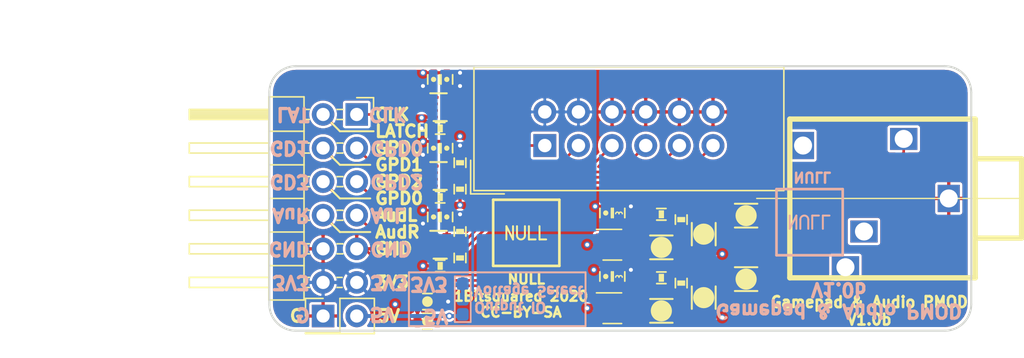
<source format=kicad_pcb>
(kicad_pcb (version 20171130) (host pcbnew 5.1.6-c6e7f7d~87~ubuntu20.04.1)
  (title_block (title "iCEBreaker PMOD - Gamepad & Audio") (rev V1.0b) (company 1BitSquared) (comment 1 "2020 (C) 1BitSquared <info@1bitsquared.com>") (comment 2 "2020 (C) Piotr Esden-Tempski <piotr@esden.net>") (comment 3 "License: CC-BY-SA 4.0"))
  (layers (0 F.Cu signal) (1 In1.Cu signal) (2 In2.Cu signal) (31 B.Cu signal) (34 B.Paste user) (35 F.Paste user) (36 B.SilkS user) (37 F.SilkS user) (38 B.Mask user) (39 F.Mask user) (44 Edge.Cuts user))
  (net 0 "")
  (net 1 GND)
  (net 2 +3V3)
  (net 3 +5V)
  (net 4 "Net-(R3-Pad1)")
  (net 5 /LATCH)
  (net 6 "Net-(R1-Pad1)")
  (net 7 /xTVCC)
  (net 8 /xCLK)
  (net 9 /xGPD0)
  (net 10 /xLATCH)
  (net 11 /CLK)
  (net 12 /GPD1)
  (net 13 /GPD0)
  (net 14 /GPD3)
  (net 15 /GPD2)
  (net 16 /AudioL)
  (net 17 /AudioR)
  (net 18 /xGPD1)
  (net 19 /xGPD2)
  (net 20 /xGPD3)
  (net 21 "Net-(R2-Pad1)")
  (net 22 "Net-(C9-Pad1)")
  (net 23 /xAudioR)
  (net 24 "Net-(C15-Pad1)")
  (net 25 "Net-(C16-Pad2)")
  (net 26 "Net-(C16-Pad1)")
  (net 27 "Net-(C17-Pad2)")
  (net 28 "Net-(C17-Pad1)")
  (net 29 /xAudioL)
  (net 30 "Net-(C19-Pad2)")
  (net 31 "Net-(C20-Pad2)")
  (net 32 "Net-(R4-Pad2)")
  (net 33 "Net-(R5-Pad2)")
  (module pkl_logos:null_Logo_SilkS_5mm (layer F.Cu) (at 56.8 46.6)
    (fp_text reference REF** hide)
    (fp_text value null_Logo_SilkS_5mm hide)
  )
  (module pkl_logos:null_Logo_SilkS_5mm (layer B.Cu) (at 78.19361 45.794674)
    (fp_text reference REF** hide)
    (fp_text value null_Logo_SilkS_5mm hide)
  )
  (module Connector_IDC:IDC-Header_2x06_P2.54mm_Vertical (layer F.Cu) (at 58.2 40 90)
    (fp_text reference J3)
    (fp_text value Gamepads)
    (pad 12 thru_hole oval (at 2.54 12.7 90) (size 1.7272 1.7272) (drill 1.016) (layers *.Cu *.Mask) (net 1 GND))
    (pad 11 thru_hole oval (at 0 12.7 90) (size 1.7272 1.7272) (drill 1.016) (layers *.Cu *.Mask) (net 20 /xGPD3))
    (pad 10 thru_hole oval (at 2.54 10.16 90) (size 1.7272 1.7272) (drill 1.016) (layers *.Cu *.Mask) (net 1 GND))
    (pad 9 thru_hole oval (at 0 10.16 90) (size 1.7272 1.7272) (drill 1.016) (layers *.Cu *.Mask) (net 19 /xGPD2))
    (pad 8 thru_hole oval (at 2.54 7.62 90) (size 1.7272 1.7272) (drill 1.016) (layers *.Cu *.Mask) (net 1 GND))
    (pad 7 thru_hole oval (at 0 7.62 90) (size 1.7272 1.7272) (drill 1.016) (layers *.Cu *.Mask) (net 18 /xGPD1))
    (pad 6 thru_hole oval (at 2.54 5.08 90) (size 1.7272 1.7272) (drill 1.016) (layers *.Cu *.Mask) (net 1 GND))
    (pad 5 thru_hole oval (at 0 5.08 90) (size 1.7272 1.7272) (drill 1.016) (layers *.Cu *.Mask) (net 9 /xGPD0))
    (pad 4 thru_hole oval (at 2.54 2.54 90) (size 1.7272 1.7272) (drill 1.016) (layers *.Cu *.Mask) (net 7 /xTVCC))
    (pad 3 thru_hole oval (at 0 2.54 90) (size 1.7272 1.7272) (drill 1.016) (layers *.Cu *.Mask) (net 10 /xLATCH))
    (pad 2 thru_hole oval (at 2.54 0 90) (size 1.7272 1.7272) (drill 1.016) (layers *.Cu *.Mask) (net 7 /xTVCC))
    (pad 1 thru_hole rect (at 0 0 90) (size 1.7272 1.7272) (drill 1.016) (layers *.Cu *.Mask) (net 8 /xCLK))
  )
  (module pkl_dipol:R_0402 (layer F.Cu) (at 51.8 41.3 90)
    (fp_text reference R11)
    (fp_text value 10k)
    (pad 2 smd roundrect (at 0.5 0 90) (size 0.5 0.6) (layers F.Cu F.Paste F.Mask) (net 1 GND))
    (pad 1 smd roundrect (at -0.5 0 90) (size 0.5 0.6) (layers F.Cu F.Paste F.Mask) (net 9 /xGPD0))
  )
  (module pkl_dipol:R_0402 (layer F.Cu) (at 51.8 43.3 270)
    (fp_text reference R10)
    (fp_text value 10k)
    (pad 2 smd roundrect (at 0.5 0 270) (size 0.5 0.6) (layers F.Cu F.Paste F.Mask) (net 1 GND))
    (pad 1 smd roundrect (at -0.5 0 270) (size 0.5 0.6) (layers F.Cu F.Paste F.Mask) (net 18 /xGPD1))
  )
  (module pkl_dipol:R_0402 (layer F.Cu) (at 51.8 46.5 90)
    (fp_text reference R9)
    (fp_text value 10k)
    (pad 2 smd roundrect (at 0.5 0 90) (size 0.5 0.6) (layers F.Cu F.Paste F.Mask) (net 1 GND))
    (pad 1 smd roundrect (at -0.5 0 90) (size 0.5 0.6) (layers F.Cu F.Paste F.Mask) (net 19 /xGPD2))
  )
  (module pkl_dipol:R_0402 (layer F.Cu) (at 51.8 48.5 270)
    (fp_text reference R8)
    (fp_text value 10k)
    (pad 2 smd roundrect (at 0.5 0 270) (size 0.5 0.6) (layers F.Cu F.Paste F.Mask) (net 1 GND))
    (pad 1 smd roundrect (at -0.5 0 270) (size 0.5 0.6) (layers F.Cu F.Paste F.Mask) (net 20 /xGPD3))
  )
  (module pkl_jumpers:J_NCNO_0903_30 (layer B.Cu) (at 52.005 51.62 270)
    (fp_text reference J5)
    (fp_text value jmp)
    (fp_line (start -0.67 0) (end -0.48 0) (layer B.Cu) (width 0.3))
    (pad 1 smd roundrect (at -1.15 0 270) (size 0.95 0.9) (layers B.Cu B.Paste B.Mask) (net 2 +3V3))
    (pad 2 smd roundrect (at 0 0 270) (size 0.95 0.9) (layers B.Cu B.Paste B.Mask) (net 7 /xTVCC))
    (pad 3 smd roundrect (at 1.15 0 270) (size 0.95 0.9) (layers B.Cu B.Paste B.Mask) (net 3 +5V))
  )
  (module Package_TO_SOT_SMD:SOT-363_SC-70-6 (layer F.Cu) (at 63.3 52.3)
    (fp_text reference U5)
    (fp_text value 74AUP2G3404)
    (pad 6 smd roundrect (at 0.95 -0.65) (size 0.65 0.4) (layers F.Cu F.Paste F.Mask) (net 32 "Net-(R4-Pad2)"))
    (pad 4 smd roundrect (at 0.95 0.65) (size 0.65 0.4) (layers F.Cu F.Paste F.Mask) (net 27 "Net-(C17-Pad2)"))
    (pad 2 smd roundrect (at -0.95 0) (size 0.65 0.4) (layers F.Cu F.Paste F.Mask) (net 1 GND))
    (pad 5 smd roundrect (at 0.95 0) (size 0.65 0.4) (layers F.Cu F.Paste F.Mask) (net 24 "Net-(C15-Pad1)"))
    (pad 3 smd roundrect (at -0.95 0.65) (size 0.65 0.4) (layers F.Cu F.Paste F.Mask) (net 17 /AudioR))
    (pad 1 smd roundrect (at -0.95 -0.65) (size 0.65 0.4) (layers F.Cu F.Paste F.Mask) (net 17 /AudioR))
  )
  (module Package_TO_SOT_SMD:SOT-363_SC-70-6 (layer F.Cu) (at 63.3 47.5)
    (fp_text reference U4)
    (fp_text value 74AUP2G3404)
    (pad 6 smd roundrect (at 0.95 -0.65) (size 0.65 0.4) (layers F.Cu F.Paste F.Mask) (net 33 "Net-(R5-Pad2)"))
    (pad 4 smd roundrect (at 0.95 0.65) (size 0.65 0.4) (layers F.Cu F.Paste F.Mask) (net 25 "Net-(C16-Pad2)"))
    (pad 2 smd roundrect (at -0.95 0) (size 0.65 0.4) (layers F.Cu F.Paste F.Mask) (net 1 GND))
    (pad 5 smd roundrect (at 0.95 0) (size 0.65 0.4) (layers F.Cu F.Paste F.Mask) (net 22 "Net-(C9-Pad1)"))
    (pad 3 smd roundrect (at -0.95 0.65) (size 0.65 0.4) (layers F.Cu F.Paste F.Mask) (net 16 /AudioL))
    (pad 1 smd roundrect (at -0.95 -0.65) (size 0.65 0.4) (layers F.Cu F.Paste F.Mask) (net 16 /AudioL))
  )
  (module pkl_dipol:R_0402 (layer F.Cu) (at 68.5 50.4 270)
    (fp_text reference R7)
    (fp_text value 1k)
    (pad 2 smd roundrect (at 0.5 0 270) (size 0.5 0.6) (layers F.Cu F.Paste F.Mask) (net 28 "Net-(C17-Pad1)"))
    (pad 1 smd roundrect (at -0.5 0 270) (size 0.5 0.6) (layers F.Cu F.Paste F.Mask) (net 23 /xAudioR))
  )
  (module pkl_dipol:R_0402 (layer F.Cu) (at 68.5 45.6 270)
    (fp_text reference R6)
    (fp_text value 1k)
    (pad 2 smd roundrect (at 0.5 0 270) (size 0.5 0.6) (layers F.Cu F.Paste F.Mask) (net 26 "Net-(C16-Pad1)"))
    (pad 1 smd roundrect (at -0.5 0 270) (size 0.5 0.6) (layers F.Cu F.Paste F.Mask) (net 29 /xAudioL))
  )
  (module pkl_dipol:R_0402 (layer F.Cu) (at 67 45.2 180)
    (fp_text reference R5)
    (fp_text value 1k)
    (pad 2 smd roundrect (at 0.5 0 180) (size 0.5 0.6) (layers F.Cu F.Paste F.Mask) (net 33 "Net-(R5-Pad2)"))
    (pad 1 smd roundrect (at -0.5 0 180) (size 0.5 0.6) (layers F.Cu F.Paste F.Mask) (net 29 /xAudioL))
  )
  (module pkl_connectors:Switchcraft_35RAPC4BHN3 (layer F.Cu) (at 90.7 44 180)
    (fp_text reference J2)
    (fp_text value Switchcraft_35RAPC4BHN3 hide)
    (pad 5 thru_hole rect (at 5.4 4.5 180) (size 2.06 1.66) (drill 1.36) (layers *.Cu *.Mask) (net 31 "Net-(C20-Pad2)"))
    (pad 4 thru_hole rect (at 13 4 180) (size 1.66 2.06) (drill 1.36) (layers *.Cu *.Mask))
    (pad 3 thru_hole rect (at 8.4 -2.5 180) (size 2.06 1.66) (drill 1.36) (layers *.Cu *.Mask))
    (pad 2 thru_hole rect (at 9.8 -5.2 180) (size 2.06 1.66) (drill 1.36) (layers *.Cu *.Mask) (net 30 "Net-(C19-Pad2)"))
    (pad 1 thru_hole rect (at 2 0 180) (size 1.66 2.06) (drill 1.36) (layers *.Cu *.Mask) (net 1 GND))
  )
  (module pkl_dipol:L_0402 (layer F.Cu) (at 63.8 49.9 270)
    (fp_text reference FB2)
    (fp_text value 600)
    (pad 2 smd roundrect (at 0.5 0 270) (size 0.5 0.6) (layers F.Cu F.Paste F.Mask) (net 24 "Net-(C15-Pad1)"))
    (pad 1 smd roundrect (at -0.5 0 270) (size 0.5 0.6) (layers F.Cu F.Paste F.Mask) (net 2 +3V3))
  )
  (module pkl_dipol:L_0402 (layer F.Cu) (at 63.8 45.1 270)
    (fp_text reference FB1)
    (fp_text value 600)
    (pad 2 smd roundrect (at 0.5 0 270) (size 0.5 0.6) (layers F.Cu F.Paste F.Mask) (net 22 "Net-(C9-Pad1)"))
    (pad 1 smd roundrect (at -0.5 0 270) (size 0.5 0.6) (layers F.Cu F.Paste F.Mask) (net 2 +3V3))
  )
  (module pkl_dipol:C_1206 (layer F.Cu) (at 73.4 45.3)
    (fp_text reference C20)
    (fp_text value 100u)
    (pad 2 smd roundrect (at 1.45 0) (size 0.9 1.6) (layers F.Cu F.Paste F.Mask) (net 31 "Net-(C20-Pad2)"))
    (pad 1 smd roundrect (at -1.45 0) (size 0.9 1.6) (layers F.Cu F.Paste F.Mask) (net 29 /xAudioL))
  )
  (module pkl_dipol:C_1206 (layer F.Cu) (at 73.4 50.1)
    (fp_text reference C19)
    (fp_text value 100u)
    (pad 2 smd roundrect (at 1.45 0) (size 0.9 1.6) (layers F.Cu F.Paste F.Mask) (net 30 "Net-(C19-Pad2)"))
    (pad 1 smd roundrect (at -1.45 0) (size 0.9 1.6) (layers F.Cu F.Paste F.Mask) (net 23 /xAudioR))
  )
  (module pkl_dipol:C_1206 (layer F.Cu) (at 70.2 46.7 270)
    (fp_text reference C18)
    (fp_text value 4n7)
    (pad 2 smd roundrect (at 1.45 0 270) (size 0.9 1.6) (layers F.Cu F.Paste F.Mask) (net 1 GND))
    (pad 1 smd roundrect (at -1.45 0 270) (size 0.9 1.6) (layers F.Cu F.Paste F.Mask) (net 29 /xAudioL))
  )
  (module pkl_dipol:C_1206 (layer F.Cu) (at 67 52.5 180)
    (fp_text reference C17)
    (fp_text value 4n7)
    (pad 2 smd roundrect (at 1.45 0 180) (size 0.9 1.6) (layers F.Cu F.Paste F.Mask) (net 27 "Net-(C17-Pad2)"))
    (pad 1 smd roundrect (at -1.45 0 180) (size 0.9 1.6) (layers F.Cu F.Paste F.Mask) (net 28 "Net-(C17-Pad1)"))
  )
  (module pkl_dipol:C_1206 (layer F.Cu) (at 67 47.7 180)
    (fp_text reference C16)
    (fp_text value 4n7)
    (pad 2 smd roundrect (at 1.45 0 180) (size 0.9 1.6) (layers F.Cu F.Paste F.Mask) (net 25 "Net-(C16-Pad2)"))
    (pad 1 smd roundrect (at -1.45 0 180) (size 0.9 1.6) (layers F.Cu F.Paste F.Mask) (net 26 "Net-(C16-Pad1)"))
  )
  (module pkl_dipol:C_0402 (layer F.Cu) (at 62.8 49.9 90)
    (fp_text reference C15)
    (fp_text value 100n)
    (pad 2 smd roundrect (at 0.5 0 90) (size 0.5 0.6) (layers F.Cu F.Paste F.Mask) (net 1 GND))
    (pad 1 smd roundrect (at -0.5 0 90) (size 0.5 0.6) (layers F.Cu F.Paste F.Mask) (net 24 "Net-(C15-Pad1)"))
  )
  (module pkl_dipol:C_1206 (layer F.Cu) (at 70.2 51.5 270)
    (fp_text reference C14)
    (fp_text value 4n7)
    (pad 2 smd roundrect (at 1.45 0 270) (size 0.9 1.6) (layers F.Cu F.Paste F.Mask) (net 1 GND))
    (pad 1 smd roundrect (at -1.45 0 270) (size 0.9 1.6) (layers F.Cu F.Paste F.Mask) (net 23 /xAudioR))
  )
  (module pkl_dipol:C_0402 (layer F.Cu) (at 62.8 45.1 90)
    (fp_text reference C9)
    (fp_text value 100n)
    (pad 2 smd roundrect (at 0.5 0 90) (size 0.5 0.6) (layers F.Cu F.Paste F.Mask) (net 1 GND))
    (pad 1 smd roundrect (at -0.5 0 90) (size 0.5 0.6) (layers F.Cu F.Paste F.Mask) (net 22 "Net-(C9-Pad1)"))
  )
  (module pkl_housings_sot:SOT-833-1 (layer F.Cu) (at 50.3 47.5)
    (fp_text reference U3)
    (fp_text value 74LVC2T45)
    (pad 8 smd roundrect (at 0.5 -0.75 270) (size 0.25 0.65) (layers F.Cu F.Paste F.Mask) (net 7 /xTVCC))
    (pad 7 smd roundrect (at 0.5 -0.25 270) (size 0.25 0.65) (layers F.Cu F.Paste F.Mask) (net 19 /xGPD2))
    (pad 6 smd roundrect (at 0.5 0.25 270) (size 0.25 0.65) (layers F.Cu F.Paste F.Mask) (net 20 /xGPD3))
    (pad 5 smd roundrect (at 0.5 0.75 270) (size 0.25 0.65) (layers F.Cu F.Paste F.Mask) (net 4 "Net-(R3-Pad1)"))
    (pad 4 smd roundrect (at -0.5 0.75 270) (size 0.25 0.65) (layers F.Cu F.Paste F.Mask) (net 1 GND))
    (pad 3 smd roundrect (at -0.5 0.25 270) (size 0.25 0.65) (layers F.Cu F.Paste F.Mask) (net 14 /GPD3))
    (pad 2 smd roundrect (at -0.5 -0.25 270) (size 0.25 0.65) (layers F.Cu F.Paste F.Mask) (net 15 /GPD2))
    (pad 1 smd roundrect (at -0.475 -0.75 270) (size 0.25 0.7) (layers F.Cu F.Paste F.Mask) (net 2 +3V3))
  )
  (module pkl_housings_sot:SOT-833-1 (layer F.Cu) (at 50.3 42.3)
    (fp_text reference U2)
    (fp_text value 74LVC2T45)
    (pad 8 smd roundrect (at 0.5 -0.75 270) (size 0.25 0.65) (layers F.Cu F.Paste F.Mask) (net 7 /xTVCC))
    (pad 7 smd roundrect (at 0.5 -0.25 270) (size 0.25 0.65) (layers F.Cu F.Paste F.Mask) (net 9 /xGPD0))
    (pad 6 smd roundrect (at 0.5 0.25 270) (size 0.25 0.65) (layers F.Cu F.Paste F.Mask) (net 18 /xGPD1))
    (pad 5 smd roundrect (at 0.5 0.75 270) (size 0.25 0.65) (layers F.Cu F.Paste F.Mask) (net 21 "Net-(R2-Pad1)"))
    (pad 4 smd roundrect (at -0.5 0.75 270) (size 0.25 0.65) (layers F.Cu F.Paste F.Mask) (net 1 GND))
    (pad 3 smd roundrect (at -0.5 0.25 270) (size 0.25 0.65) (layers F.Cu F.Paste F.Mask) (net 12 /GPD1))
    (pad 2 smd roundrect (at -0.5 -0.25 270) (size 0.25 0.65) (layers F.Cu F.Paste F.Mask) (net 13 /GPD0))
    (pad 1 smd roundrect (at -0.475 -0.75 270) (size 0.25 0.7) (layers F.Cu F.Paste F.Mask) (net 2 +3V3))
  )
  (module pkl_housings_sot:SOT-833-1 (layer F.Cu) (at 50.299999 37.1)
    (fp_text reference U1)
    (fp_text value 74LVC2T45)
    (pad 8 smd roundrect (at 0.5 -0.75 270) (size 0.25 0.65) (layers F.Cu F.Paste F.Mask) (net 7 /xTVCC))
    (pad 7 smd roundrect (at 0.5 -0.25 270) (size 0.25 0.65) (layers F.Cu F.Paste F.Mask) (net 8 /xCLK))
    (pad 6 smd roundrect (at 0.5 0.25 270) (size 0.25 0.65) (layers F.Cu F.Paste F.Mask) (net 10 /xLATCH))
    (pad 5 smd roundrect (at 0.5 0.75 270) (size 0.25 0.65) (layers F.Cu F.Paste F.Mask) (net 6 "Net-(R1-Pad1)"))
    (pad 4 smd roundrect (at -0.5 0.75 270) (size 0.25 0.65) (layers F.Cu F.Paste F.Mask) (net 1 GND))
    (pad 3 smd roundrect (at -0.5 0.25 270) (size 0.25 0.65) (layers F.Cu F.Paste F.Mask) (net 5 /LATCH))
    (pad 2 smd roundrect (at -0.5 -0.25 270) (size 0.25 0.65) (layers F.Cu F.Paste F.Mask) (net 11 /CLK))
    (pad 1 smd roundrect (at -0.475 -0.75 270) (size 0.25 0.7) (layers F.Cu F.Paste F.Mask) (net 2 +3V3))
  )
  (module pkl_dipol:R_0402 (layer F.Cu) (at 67 50 180)
    (fp_text reference R4)
    (fp_text value 1k)
    (pad 2 smd roundrect (at 0.5 0 180) (size 0.5 0.6) (layers F.Cu F.Paste F.Mask) (net 32 "Net-(R4-Pad2)"))
    (pad 1 smd roundrect (at -0.5 0 180) (size 0.5 0.6) (layers F.Cu F.Paste F.Mask) (net 23 /xAudioR))
  )
  (module pkl_dipol:R_0402 (layer F.Cu) (at 50.3 49.1 180)
    (fp_text reference R3)
    (fp_text value 10k)
    (pad 2 smd roundrect (at 0.5 0 180) (size 0.5 0.6) (layers F.Cu F.Paste F.Mask) (net 1 GND))
    (pad 1 smd roundrect (at -0.5 0 180) (size 0.5 0.6) (layers F.Cu F.Paste F.Mask) (net 4 "Net-(R3-Pad1)"))
  )
  (module pkl_dipol:R_0402 (layer F.Cu) (at 50.3 43.9 180)
    (fp_text reference R2)
    (fp_text value 10k)
    (pad 2 smd roundrect (at 0.5 0 180) (size 0.5 0.6) (layers F.Cu F.Paste F.Mask) (net 1 GND))
    (pad 1 smd roundrect (at -0.5 0 180) (size 0.5 0.6) (layers F.Cu F.Paste F.Mask) (net 21 "Net-(R2-Pad1)"))
  )
  (module pkl_dipol:R_0402 (layer F.Cu) (at 50.299999 38.7 180)
    (fp_text reference R1)
    (fp_text value 10k)
    (pad 2 smd roundrect (at 0.5 0 180) (size 0.5 0.6) (layers F.Cu F.Paste F.Mask) (net 2 +3V3))
    (pad 1 smd roundrect (at -0.5 0 180) (size 0.5 0.6) (layers F.Cu F.Paste F.Mask) (net 6 "Net-(R1-Pad1)"))
  )
  (module pkl_dipol:C_0402 (layer F.Cu) (at 50.8 45.4 90)
    (fp_text reference C8)
    (fp_text value 100n)
    (pad 2 smd roundrect (at 0.5 0 90) (size 0.5 0.6) (layers F.Cu F.Paste F.Mask) (net 1 GND))
    (pad 1 smd roundrect (at -0.5 0 90) (size 0.5 0.6) (layers F.Cu F.Paste F.Mask) (net 7 /xTVCC))
  )
  (module pkl_dipol:C_0402 (layer F.Cu) (at 50.8 40.2 90)
    (fp_text reference C7)
    (fp_text value 100n)
    (pad 2 smd roundrect (at 0.5 0 90) (size 0.5 0.6) (layers F.Cu F.Paste F.Mask) (net 1 GND))
    (pad 1 smd roundrect (at -0.5 0 90) (size 0.5 0.6) (layers F.Cu F.Paste F.Mask) (net 7 /xTVCC))
  )
  (module pkl_dipol:C_0402 (layer F.Cu) (at 50.8 35 90)
    (fp_text reference C6)
    (fp_text value 100n)
    (pad 2 smd roundrect (at 0.5 0 90) (size 0.5 0.6) (layers F.Cu F.Paste F.Mask) (net 1 GND))
    (pad 1 smd roundrect (at -0.5 0 90) (size 0.5 0.6) (layers F.Cu F.Paste F.Mask) (net 7 /xTVCC))
  )
  (module pkl_dipol:C_0402 (layer F.Cu) (at 49.8 45.399999 90)
    (fp_text reference C5)
    (fp_text value 100n)
    (pad 2 smd roundrect (at 0.5 0 90) (size 0.5 0.6) (layers F.Cu F.Paste F.Mask) (net 1 GND))
    (pad 1 smd roundrect (at -0.5 0 90) (size 0.5 0.6) (layers F.Cu F.Paste F.Mask) (net 2 +3V3))
  )
  (module pkl_dipol:C_0402 (layer F.Cu) (at 49.8 40.2 90)
    (fp_text reference C4)
    (fp_text value 100n)
    (pad 2 smd roundrect (at 0.5 0 90) (size 0.5 0.6) (layers F.Cu F.Paste F.Mask) (net 1 GND))
    (pad 1 smd roundrect (at -0.5 0 90) (size 0.5 0.6) (layers F.Cu F.Paste F.Mask) (net 2 +3V3))
  )
  (module pkl_dipol:C_0402 (layer F.Cu) (at 49.8 35 90)
    (fp_text reference C3)
    (fp_text value 100n)
    (pad 2 smd roundrect (at 0.5 0 90) (size 0.5 0.6) (layers F.Cu F.Paste F.Mask) (net 1 GND))
    (pad 1 smd roundrect (at -0.5 0 90) (size 0.5 0.6) (layers F.Cu F.Paste F.Mask) (net 2 +3V3))
  )
  (module pkl_dipol:C_0603 (layer F.Cu) (at 49.338 53.29 180)
    (fp_text reference C2)
    (fp_text value 10u)
    (pad 1 smd roundrect (at -0.75 0 180) (size 0.6 0.9) (layers F.Cu F.Paste F.Mask) (net 3 +5V))
    (pad 2 smd roundrect (at 0.75 0 180) (size 0.6 0.9) (layers F.Cu F.Paste F.Mask) (net 1 GND))
  )
  (module Connector_PinHeader_2.54mm:PinHeader_2x01_P2.54mm_Vertical (layer F.Cu) (at 41.46 52.89)
    (fp_text reference J1)
    (fp_text value 5V)
    (pad 1 thru_hole rect (at 0 0) (size 1.7 1.7) (drill 1) (layers *.Cu *.Mask) (net 1 GND))
    (pad 2 thru_hole oval (at 2.54 0) (size 1.7 1.7) (drill 1) (layers *.Cu *.Mask) (net 3 +5V))
  )
  (module pkl_dipol:C_0603 (layer F.Cu) (at 49.338 51.8 180)
    (fp_text reference C1)
    (fp_text value 10u)
    (pad 1 smd roundrect (at -0.75 0 180) (size 0.6 0.9) (layers F.Cu F.Paste F.Mask) (net 2 +3V3))
    (pad 2 smd roundrect (at 0.75 0 180) (size 0.6 0.9) (layers F.Cu F.Paste F.Mask) (net 1 GND))
  )
  (module pkl_connectors:PMODHeader_2x06_P2.54mm_Horizontal (layer F.Cu) (at 44 50.35 180)
    (fp_text reference J4)
    (fp_text value PMOD)
    (pad 7 thru_hole circle (at 2.54 12.7 180) (size 1.7 1.7) (drill 1) (layers *.Cu *.Mask) (net 5 /LATCH))
    (pad 1 thru_hole rect (at 0 12.7 180) (size 1.7 1.7) (drill 1) (layers *.Cu *.Mask) (net 11 /CLK))
    (pad 8 thru_hole oval (at 2.54 10.16 180) (size 1.7 1.7) (drill 1) (layers *.Cu *.Mask) (net 12 /GPD1))
    (pad 2 thru_hole oval (at 0 10.16 180) (size 1.7 1.7) (drill 1) (layers *.Cu *.Mask) (net 13 /GPD0))
    (pad 9 thru_hole oval (at 2.54 7.62 180) (size 1.7 1.7) (drill 1) (layers *.Cu *.Mask) (net 14 /GPD3))
    (pad 3 thru_hole oval (at 0 7.62 180) (size 1.7 1.7) (drill 1) (layers *.Cu *.Mask) (net 15 /GPD2))
    (pad 10 thru_hole oval (at 2.54 5.08 180) (size 1.7 1.7) (drill 1) (layers *.Cu *.Mask) (net 17 /AudioR))
    (pad 4 thru_hole oval (at 0 5.08 180) (size 1.7 1.7) (drill 1) (layers *.Cu *.Mask) (net 16 /AudioL))
    (pad 11 thru_hole oval (at 2.54 2.54 180) (size 1.7 1.7) (drill 1) (layers *.Cu *.Mask) (net 1 GND))
    (pad 5 thru_hole oval (at 0 2.54 180) (size 1.7 1.7) (drill 1) (layers *.Cu *.Mask) (net 1 GND))
    (pad 12 thru_hole oval (at 2.54 0 180) (size 1.7 1.7) (drill 1) (layers *.Cu *.Mask) (net 2 +3V3))
    (pad 6 thru_hole circle (at 0 0 180) (size 1.7 1.7) (drill 1) (layers *.Cu *.Mask) (net 2 +3V3))
  )
  (gr_text "Gamepad & Audio PMOD\nV1.0b" (at 82.7 52.5) (layer F.SilkS) (effects (font (size 0.82 0.8) (thickness 0.2))))
  (gr_text NULL (at 56.8 50.1) (layer F.SilkS) (effects (font (size 0.75 0.75) (thickness 0.1875))))
  (gr_text LAT (at 40.575 37.65 180) (layer B.SilkS) (effects (font (size 1 1) (thickness 0.25)) (justify right mirror)))
  (gr_text GD1 (at 40.571 40.19 180) (layer B.SilkS) (effects (font (size 1 1) (thickness 0.25)) (justify right mirror)))
  (gr_line (start 61.276 53.652) (end 61.276 49.588) (layer B.SilkS) (width 0.15))
  (gr_line (start 61.276 49.588) (end 47.941 49.588) (layer B.SilkS) (width 0.15))
  (gr_text NULL (at 78.39361 42.394674 180) (layer B.SilkS) (effects (font (size 0.75 0.75) (thickness 0.1875)) (justify mirror)))
  (gr_line (start 47.941 53.652) (end 61.276 53.652) (layer B.SilkS) (width 0.15))
  (gr_text "1Bitsquared 2020\nCC-BY-SA" (at 56.4 52) (layer F.SilkS) (effects (font (size 0.75 0.75) (thickness 0.1875))))
  (gr_line (start 47.941 49.588) (end 47.941 53.652) (layer B.SilkS) (width 0.15))
  (gr_line (start 39.4 34) (end 88.4 34) (layer Edge.Cuts) (width 0.15))
  (gr_text 5V (at 46.417 52.89) (layer F.SilkS) (effects (font (size 0.9 0.9) (thickness 0.225))))
  (gr_text AuL (at 44.893 45.27 180) (layer B.SilkS) (effects (font (size 1 1) (thickness 0.25)) (justify left mirror)))
  (gr_text G (at 39.94 52.89) (layer B.SilkS) (effects (font (size 1 1) (thickness 0.25)) (justify mirror)))
  (gr_text 5V (at 45.909 52.763 180) (layer B.SilkS) (effects (font (size 1 1) (thickness 0.25)) (justify mirror)))
  (gr_text 3V3 (at 44.889 50.35 180) (layer B.SilkS) (effects (font (size 1 1) (thickness 0.25)) (justify left mirror)))
  (gr_text GND (at 40.571 47.81 180) (layer B.SilkS) (effects (font (size 1 1) (thickness 0.25)) (justify right mirror)))
  (gr_text 3V3 (at 40.571 50.35 180) (layer B.SilkS) (effects (font (size 1 1) (thickness 0.25)) (justify right mirror)))
  (gr_text GND (at 44.893 47.81 180) (layer B.SilkS) (effects (font (size 1 1) (thickness 0.25)) (justify left mirror)))
  (gr_text AuR (at 40.571 45.27 180) (layer B.SilkS) (effects (font (size 1 1) (thickness 0.25)) (justify right mirror)))
  (gr_text GD3 (at 40.571 42.73 180) (layer B.SilkS) (effects (font (size 1 1) (thickness 0.25)) (justify right mirror)))
  (gr_text GPD2 (at 44.889 42.73 180) (layer B.SilkS) (effects (font (size 1 1) (thickness 0.25)) (justify left mirror)))
  (gr_text GPD0 (at 44.893 40.19 180) (layer B.SilkS) (effects (font (size 1 1) (thickness 0.25)) (justify left mirror)))
  (gr_text CLK (at 44.766 37.65 180) (layer B.SilkS) (effects (font (size 1 1) (thickness 0.25)) (justify left mirror)))
  (gr_text "Output IO\nVoltage Select" (at 52.767 51.62 180) (layer B.SilkS) (effects (font (size 0.75 0.75) (thickness 0.1875)) (justify left mirror)))
  (gr_text 3V3 (at 49.465 50.477 180) (layer B.SilkS) (effects (font (size 1 1) (thickness 0.25)) (justify mirror)))
  (gr_text 5V (at 49.973 52.9 180) (layer B.SilkS) (effects (font (size 1 1) (thickness 0.25)) (justify mirror)))
  (gr_text G (at 39.432 52.89) (layer F.SilkS) (effects (font (size 0.9 0.9) (thickness 0.225))))
  (gr_line (start 39.4 54) (end 88.4 54) (layer Edge.Cuts) (width 0.15))
  (gr_line (start 42.73 46.54) (end 45.02 46.54) (layer F.SilkS) (width 0.15))
  (gr_line (start 42.095 45.905) (end 42.73 46.54) (layer F.SilkS) (width 0.15))
  (gr_text AudR (at 45.274 46.54) (layer F.SilkS) (effects (font (size 0.9 0.9) (thickness 0.225)) (justify left)))
  (gr_text AudL (at 45.274 45.27) (layer F.SilkS) (effects (font (size 0.9 0.9) (thickness 0.225)) (justify left)))
  (gr_line (start 42.73 44) (end 45.02 44) (layer F.SilkS) (width 0.15))
  (gr_line (start 42.095 43.365) (end 42.73 44) (layer F.SilkS) (width 0.15))
  (gr_line (start 42.73 41.46) (end 45.02 41.46) (layer F.SilkS) (width 0.15))
  (gr_line (start 42.095 40.825) (end 42.73 41.46) (layer F.SilkS) (width 0.15))
  (gr_line (start 42.73 38.92) (end 45.27 38.92) (layer F.SilkS) (width 0.15))
  (gr_line (start 42.095 38.285) (end 42.73 38.92) (layer F.SilkS) (width 0.15))
  (gr_text GND (at 45.274 47.81) (layer F.SilkS) (effects (font (size 0.9 0.9) (thickness 0.225)) (justify left)))
  (gr_text 3V3 (at 45.274 50.35) (layer F.SilkS) (effects (font (size 0.9 0.9) (thickness 0.225)) (justify left)))
  (gr_text GPD0 (at 45.274 44) (layer F.SilkS) (effects (font (size 0.9 0.9) (thickness 0.225)) (justify left)))
  (gr_text GPD2 (at 45.274 42.73) (layer F.SilkS) (effects (font (size 0.9 0.9) (thickness 0.225)) (justify left)))
  (gr_text GPD1 (at 45.274 41.46) (layer F.SilkS) (effects (font (size 0.9 0.9) (thickness 0.225)) (justify left)))
  (gr_text GPD0 (at 45.274 40.19) (layer F.SilkS) (effects (font (size 0.9 0.9) (thickness 0.225)) (justify left)))
  (gr_text CLK (at 45.274 37.65) (layer F.SilkS) (effects (font (size 0.9 0.9) (thickness 0.225)) (justify left)))
  (gr_text LATCH (at 45.27 38.92) (layer F.SilkS) (effects (font (size 0.9 0.9) (thickness 0.225)) (justify left)))
  (gr_text "Gamepad & Audio PMOD\nV1.0b" (at 80.4 51.7 180) (layer B.SilkS) (effects (font (size 1 1) (thickness 0.25)) (justify mirror)))
  (gr_arc (start 88.4 36) (end 90.4 36) (angle -90) (layer Edge.Cuts) (width 0.15))
  (gr_arc (start 39.4 36) (end 39.4 34) (angle -90) (layer Edge.Cuts) (width 0.15))
  (gr_arc (start 39.4 52) (end 37.4 52) (angle -90) (layer Edge.Cuts) (width 0.15))
  (gr_arc (start 88.4 52) (end 88.4 54) (angle -90) (layer Edge.Cuts) (width 0.15))
  (gr_line (start 90.4 36) (end 90.4 52) (layer Edge.Cuts) (width 0.15))
  (gr_line (start 37.4 52) (end 37.4 36) (layer Edge.Cuts) (width 0.15))
  (via (at 49 39.7) (size 0.5) (drill 0.3) (layers F.Cu B.Cu) (net 1))
  (via (at 48.899999 37.9) (size 0.5) (drill 0.3) (layers F.Cu B.Cu) (net 1))
  (via (at 49.000001 44.9) (size 0.5) (drill 0.3) (layers F.Cu B.Cu) (net 1))
  (via (at 51.8 44.5) (size 0.5) (drill 0.3) (layers F.Cu B.Cu) (net 1))
  (via (at 49 34.5) (size 0.5) (drill 0.3) (layers F.Cu B.Cu) (net 1))
  (via (at 49 49.1) (size 0.5) (drill 0.3) (layers F.Cu B.Cu) (net 1))
  (via (at 46.9 52) (size 0.5) (drill 0.3) (layers F.Cu B.Cu) (net 1))
  (via (at 61.4 52.3) (size 0.5) (drill 0.3) (layers F.Cu B.Cu) (net 1))
  (via (at 61.4 47.5) (size 0.5) (drill 0.3) (layers F.Cu B.Cu) (net 1))
  (via (at 61.9 49.4) (size 0.5) (drill 0.3) (layers F.Cu B.Cu) (net 1))
  (via (at 62 44.6) (size 0.5) (drill 0.3) (layers F.Cu B.Cu) (net 1))
  (via (at 71.6 53) (size 0.5) (drill 0.3) (layers F.Cu B.Cu) (net 1))
  (via (at 71.6 48.2) (size 0.5) (drill 0.3) (layers F.Cu B.Cu) (net 1))
  (segment (start 47 50.2) (end 61.1 50.2) (width 0.2) (layer F.Cu) (net 1))
  (segment (start 61.1 50.2) (end 61.9 49.4) (width 0.2) (layer F.Cu) (net 1))
  (segment (start 44.6 47.8) (end 47 50.2) (width 0.2) (layer F.Cu) (net 1))
  (segment (start 44 47.81) (end 44.01 47.8) (width 0.2) (layer F.Cu) (net 1))
  (segment (start 44.01 47.8) (end 44.6 47.8) (width 0.2) (layer F.Cu) (net 1))
  (via (at 51.8 39.3) (size 0.5) (drill 0.3) (layers F.Cu B.Cu) (net 1))
  (via (at 50.9 51.8) (size 0.5) (drill 0.3) (layers F.Cu B.Cu) (net 2))
  (via (at 49 40.7) (size 0.5) (drill 0.3) (layers F.Cu B.Cu) (net 2))
  (segment (start 49.799999 40.7) (end 49 40.7) (width 0.2) (layer F.Cu) (net 2))
  (via (at 48.9 38.7) (size 0.5) (drill 0.3) (layers F.Cu B.Cu) (net 2))
  (segment (start 49.8 38.7) (end 48.9 38.7) (width 0.2) (layer F.Cu) (net 2))
  (segment (start 49.8 35.5) (end 49 35.5) (width 0.2) (layer F.Cu) (net 2))
  (via (at 49 35.5) (size 0.5) (drill 0.3) (layers F.Cu B.Cu) (net 2))
  (via (at 49 45.9) (size 0.5) (drill 0.3) (layers F.Cu B.Cu) (net 2))
  (segment (start 49.8 45.9) (end 49 45.9) (width 0.2) (layer F.Cu) (net 2))
  (via (at 64.7 44.6) (size 0.5) (drill 0.3) (layers F.Cu B.Cu) (net 2))
  (segment (start 63.8 44.6) (end 64.7 44.6) (width 0.2) (layer F.Cu) (net 2))
  (via (at 64.7 49.4) (size 0.5) (drill 0.3) (layers F.Cu B.Cu) (net 2))
  (segment (start 63.8 49.4) (end 64.7 49.4) (width 0.2) (layer F.Cu) (net 2))
  (segment (start 50.9 51.446447) (end 50.9 51.8) (width 0.2) (layer B.Cu) (net 2))
  (segment (start 51.555 50.47) (end 50.9 51.125) (width 0.2) (layer B.Cu) (net 2))
  (segment (start 50.9 51.125) (end 50.9 51.446447) (width 0.2) (layer B.Cu) (net 2))
  (segment (start 52.005 50.47) (end 51.555 50.47) (width 0.2) (layer B.Cu) (net 2))
  (segment (start 50.088 51.8) (end 50.9 51.8) (width 0.2) (layer F.Cu) (net 2))
  (segment (start 49.8 36.325001) (end 49.824999 36.35) (width 0.2) (layer F.Cu) (net 2))
  (segment (start 49.8 35.5) (end 49.8 36.325001) (width 0.2) (layer F.Cu) (net 2))
  (segment (start 49.8 41.525) (end 49.825 41.55) (width 0.2) (layer F.Cu) (net 2))
  (segment (start 49.8 40.7) (end 49.8 41.525) (width 0.2) (layer F.Cu) (net 2))
  (segment (start 49.8 46.725) (end 49.825 46.75) (width 0.2) (layer F.Cu) (net 2))
  (segment (start 49.8 45.899999) (end 49.8 46.725) (width 0.2) (layer F.Cu) (net 2))
  (segment (start 51.885 52.89) (end 52.005 52.77) (width 0.3) (layer B.Cu) (net 3))
  (via (at 50.989 52.89) (size 0.5) (drill 0.3) (layers F.Cu B.Cu) (net 3))
  (segment (start 50.088 52.89) (end 50.989 52.89) (width 0.3) (layer F.Cu) (net 3))
  (segment (start 44 52.89) (end 47.71 52.89) (width 0.3) (layer B.Cu) (net 3))
  (segment (start 50.989 52.89) (end 51.885 52.89) (width 0.3) (layer B.Cu) (net 3))
  (segment (start 47.71 52.89) (end 50.989 52.89) (width 0.3) (layer B.Cu) (net 3))
  (segment (start 50.8 48.25) (end 50.8 49.1) (width 0.2) (layer F.Cu) (net 4))
  (segment (start 44.9 38.9) (end 46.45 37.35) (width 0.2) (layer F.Cu) (net 5))
  (segment (start 41.46 37.65) (end 42.71 38.9) (width 0.2) (layer F.Cu) (net 5))
  (segment (start 42.71 38.9) (end 44.9 38.9) (width 0.2) (layer F.Cu) (net 5))
  (segment (start 46.45 37.35) (end 49.799999 37.35) (width 0.2) (layer F.Cu) (net 5))
  (segment (start 50.799999 37.85) (end 50.799999 38.7) (width 0.2) (layer F.Cu) (net 6))
  (via (at 51.8 34.5) (size 0.5) (drill 0.3) (layers F.Cu B.Cu) (net 7))
  (via (at 51.8 35.5) (size 0.5) (drill 0.3) (layers F.Cu B.Cu) (net 7))
  (segment (start 50.8 35.5) (end 51.8 35.5) (width 0.2) (layer F.Cu) (net 7))
  (segment (start 50.8 36.349999) (end 50.799999 36.35) (width 0.2) (layer F.Cu) (net 7))
  (segment (start 50.8 35.5) (end 50.8 36.349999) (width 0.2) (layer F.Cu) (net 7))
  (segment (start 50.8 40.7) (end 50.8 41.55) (width 0.2) (layer F.Cu) (net 7))
  (segment (start 50.8 45.9) (end 50.8 46.75) (width 0.2) (layer F.Cu) (net 7))
  (segment (start 52.005 51.62) (end 52.455 51.62) (width 0.2) (layer B.Cu) (net 7))
  (segment (start 52.75501 51.31999) (end 52.75501 46.15501) (width 0.2) (layer B.Cu) (net 7))
  (segment (start 52.455 51.62) (end 52.75501 51.31999) (width 0.2) (layer B.Cu) (net 7))
  (via (at 51.8 45.2) (size 0.5) (drill 0.3) (layers F.Cu B.Cu) (net 7))
  (segment (start 51.6 45.2) (end 51.8 45.2) (width 0.2) (layer F.Cu) (net 7))
  (segment (start 50.9 45.9) (end 51.6 45.2) (width 0.2) (layer F.Cu) (net 7))
  (segment (start 50.8 45.9) (end 50.9 45.9) (width 0.2) (layer F.Cu) (net 7))
  (segment (start 51.5 40) (end 51.8 40) (width 0.2) (layer F.Cu) (net 7))
  (segment (start 50.8 40.7) (end 51.5 40) (width 0.2) (layer F.Cu) (net 7))
  (via (at 51.8 40) (size 0.5) (drill 0.3) (layers F.Cu B.Cu) (net 7))
  (segment (start 52.75501 46.15501) (end 51.8 45.2) (width 0.2) (layer B.Cu) (net 7))
  (segment (start 51.499999 36.85) (end 53.35 36.85) (width 0.2) (layer F.Cu) (net 8))
  (segment (start 56.5 40) (end 58.2 40) (width 0.2) (layer F.Cu) (net 8))
  (segment (start 53.35 36.85) (end 56.5 40) (width 0.2) (layer F.Cu) (net 8))
  (segment (start 51.499999 36.85) (end 50.799999 36.85) (width 0.2) (layer F.Cu) (net 8))
  (segment (start 52.287679 41.599989) (end 61.680011 41.599989) (width 0.2) (layer F.Cu) (net 9))
  (segment (start 61.680011 41.599989) (end 63.28 40) (width 0.2) (layer F.Cu) (net 9))
  (segment (start 51.55 42.05) (end 51.8 41.8) (width 0.2) (layer F.Cu) (net 9))
  (segment (start 50.8 42.05) (end 51.55 42.05) (width 0.2) (layer F.Cu) (net 9))
  (segment (start 52.087668 41.8) (end 52.287679 41.599989) (width 0.2) (layer F.Cu) (net 9))
  (segment (start 51.8 41.8) (end 52.087668 41.8) (width 0.2) (layer F.Cu) (net 9))
  (segment (start 59.540022 41.199978) (end 60.74 40) (width 0.2) (layer F.Cu) (net 10))
  (segment (start 51.499999 37.35) (end 53.282798 37.35) (width 0.2) (layer F.Cu) (net 10))
  (segment (start 57.132776 41.199978) (end 59.540022 41.199978) (width 0.2) (layer F.Cu) (net 10))
  (segment (start 53.282798 37.35) (end 57.132776 41.199978) (width 0.2) (layer F.Cu) (net 10))
  (segment (start 51.499999 37.35) (end 50.799999 37.35) (width 0.2) (layer F.Cu) (net 10))
  (segment (start 44 37.65) (end 45.55 37.65) (width 0.2) (layer F.Cu) (net 11))
  (segment (start 45.55 37.65) (end 46.35 36.85) (width 0.2) (layer F.Cu) (net 11))
  (segment (start 46.35 36.85) (end 49.799999 36.85) (width 0.2) (layer F.Cu) (net 11))
  (segment (start 44.490001 41.340001) (end 45.7 42.55) (width 0.2) (layer F.Cu) (net 12))
  (segment (start 41.46 40.19) (end 42.610001 41.340001) (width 0.2) (layer F.Cu) (net 12))
  (segment (start 42.610001 41.340001) (end 44.490001 41.340001) (width 0.2) (layer F.Cu) (net 12))
  (segment (start 45.7 42.55) (end 49.8 42.55) (width 0.2) (layer F.Cu) (net 12))
  (segment (start 44 40.19) (end 45.86 42.05) (width 0.2) (layer F.Cu) (net 13))
  (segment (start 47.65 42.05) (end 49.8 42.05) (width 0.2) (layer F.Cu) (net 13))
  (segment (start 45.86 42.05) (end 47.65 42.05) (width 0.2) (layer F.Cu) (net 13))
  (segment (start 42.309999 43.579999) (end 42.309999 43.609999) (width 0.2) (layer F.Cu) (net 14))
  (segment (start 41.46 42.73) (end 42.309999 43.579999) (width 0.2) (layer F.Cu) (net 14))
  (segment (start 42.7 44) (end 44.7 44) (width 0.2) (layer F.Cu) (net 14))
  (segment (start 42.309999 43.609999) (end 42.7 44) (width 0.2) (layer F.Cu) (net 14))
  (segment (start 44.7 44) (end 48.45 47.75) (width 0.2) (layer F.Cu) (net 14))
  (segment (start 48.45 47.75) (end 49.8 47.75) (width 0.2) (layer F.Cu) (net 14))
  (segment (start 44 42.73) (end 48.52 47.25) (width 0.2) (layer F.Cu) (net 15))
  (segment (start 48.52 47.25) (end 49.8 47.25) (width 0.2) (layer F.Cu) (net 15))
  (segment (start 44.355 45.625) (end 44 45.27) (width 0.2) (layer F.Cu) (net 16))
  (segment (start 62.675 46.85) (end 62.35 46.85) (width 0.2) (layer F.Cu) (net 16))
  (segment (start 62.97501 47.15001) (end 62.675 46.85) (width 0.2) (layer F.Cu) (net 16))
  (segment (start 62.97501 47.84999) (end 62.97501 47.15001) (width 0.2) (layer F.Cu) (net 16))
  (segment (start 62.675 48.15) (end 62.97501 47.84999) (width 0.2) (layer F.Cu) (net 16))
  (segment (start 62.35 48.15) (end 62.675 48.15) (width 0.2) (layer F.Cu) (net 16))
  (segment (start 60.2 49.8) (end 61.85 48.15) (width 0.2) (layer F.Cu) (net 16))
  (segment (start 44 45.27) (end 48.53 49.8) (width 0.2) (layer F.Cu) (net 16))
  (segment (start 61.85 48.15) (end 62.35 48.15) (width 0.2) (layer F.Cu) (net 16))
  (segment (start 48.53 49.8) (end 60.2 49.8) (width 0.2) (layer F.Cu) (net 16))
  (segment (start 62.675 52.95) (end 62.35 52.95) (width 0.2) (layer F.Cu) (net 17))
  (segment (start 62.97501 52.64999) (end 62.675 52.95) (width 0.2) (layer F.Cu) (net 17))
  (segment (start 62.97501 51.95001) (end 62.97501 52.64999) (width 0.2) (layer F.Cu) (net 17))
  (segment (start 62.675 51.65) (end 62.97501 51.95001) (width 0.2) (layer F.Cu) (net 17))
  (segment (start 62.35 51.65) (end 62.675 51.65) (width 0.2) (layer F.Cu) (net 17))
  (segment (start 61.25 51.65) (end 62.35 51.65) (width 0.2) (layer F.Cu) (net 17))
  (segment (start 60.2 50.6) (end 61.25 51.65) (width 0.2) (layer F.Cu) (net 17))
  (segment (start 46.1 50.6) (end 60.2 50.6) (width 0.2) (layer F.Cu) (net 17))
  (segment (start 42.7 46.51) (end 42.7 48.212002) (width 0.2) (layer F.Cu) (net 17))
  (segment (start 44.6 49.1) (end 46.1 50.6) (width 0.2) (layer F.Cu) (net 17))
  (segment (start 41.46 45.27) (end 42.7 46.51) (width 0.2) (layer F.Cu) (net 17))
  (segment (start 42.7 48.212002) (end 43.587998 49.1) (width 0.2) (layer F.Cu) (net 17))
  (segment (start 43.587998 49.1) (end 44.6 49.1) (width 0.2) (layer F.Cu) (net 17))
  (segment (start 63.82 42) (end 65.82 40) (width 0.2) (layer F.Cu) (net 18))
  (segment (start 52.6 42) (end 63.82 42) (width 0.2) (layer F.Cu) (net 18))
  (segment (start 51.55 42.55) (end 51.8 42.8) (width 0.2) (layer F.Cu) (net 18))
  (segment (start 50.8 42.55) (end 51.55 42.55) (width 0.2) (layer F.Cu) (net 18))
  (segment (start 51.8 42.8) (end 52.6 42) (width 0.2) (layer F.Cu) (net 18))
  (segment (start 65.96 42.4) (end 68.36 40) (width 0.2) (layer F.Cu) (net 19))
  (segment (start 57 42.4) (end 65.96 42.4) (width 0.2) (layer F.Cu) (net 19))
  (segment (start 52.4 47) (end 57 42.4) (width 0.2) (layer F.Cu) (net 19))
  (segment (start 51.8 47) (end 52.4 47) (width 0.2) (layer F.Cu) (net 19))
  (segment (start 51.55 47.25) (end 51.8 47) (width 0.2) (layer F.Cu) (net 19))
  (segment (start 50.8 47.25) (end 51.55 47.25) (width 0.2) (layer F.Cu) (net 19))
  (segment (start 68.1 42.8) (end 70.9 40) (width 0.2) (layer F.Cu) (net 20))
  (segment (start 57.2 42.8) (end 68.1 42.8) (width 0.2) (layer F.Cu) (net 20))
  (segment (start 52 48) (end 57.2 42.8) (width 0.2) (layer F.Cu) (net 20))
  (segment (start 51.8 48) (end 52 48) (width 0.2) (layer F.Cu) (net 20))
  (segment (start 51.55 47.75) (end 51.8 48) (width 0.2) (layer F.Cu) (net 20))
  (segment (start 50.8 47.75) (end 51.55 47.75) (width 0.2) (layer F.Cu) (net 20))
  (segment (start 50.8 43.05) (end 50.8 43.9) (width 0.2) (layer F.Cu) (net 21))
  (segment (start 63.8 45.6) (end 62.8 45.6) (width 0.2) (layer F.Cu) (net 22))
  (segment (start 63.925 47.5) (end 64.25 47.5) (width 0.2) (layer F.Cu) (net 22))
  (segment (start 62.8 46.375) (end 63.925 47.5) (width 0.2) (layer F.Cu) (net 22))
  (segment (start 62.8 45.6) (end 62.8 46.375) (width 0.2) (layer F.Cu) (net 22))
  (segment (start 68.4 50) (end 68.5 49.9) (width 0.2) (layer F.Cu) (net 23))
  (segment (start 67.5 50) (end 68.4 50) (width 0.2) (layer F.Cu) (net 23))
  (segment (start 70.05 49.9) (end 70.2 50.05) (width 0.2) (layer F.Cu) (net 23))
  (segment (start 68.5 49.9) (end 70.05 49.9) (width 0.2) (layer F.Cu) (net 23))
  (segment (start 71.9 50.05) (end 71.95 50.1) (width 0.2) (layer F.Cu) (net 23))
  (segment (start 70.2 50.05) (end 71.9 50.05) (width 0.2) (layer F.Cu) (net 23))
  (segment (start 62.8 50.4) (end 63.8 50.4) (width 0.2) (layer F.Cu) (net 24))
  (segment (start 63.925 52.3) (end 64.25 52.3) (width 0.2) (layer F.Cu) (net 24))
  (segment (start 62.8 51.175) (end 63.925 52.3) (width 0.2) (layer F.Cu) (net 24))
  (segment (start 62.8 50.4) (end 62.8 51.175) (width 0.2) (layer F.Cu) (net 24))
  (segment (start 65.1 48.15) (end 65.55 47.7) (width 0.2) (layer F.Cu) (net 25))
  (segment (start 64.25 48.15) (end 65.1 48.15) (width 0.2) (layer F.Cu) (net 25))
  (segment (start 68.45 46.15) (end 68.5 46.1) (width 0.2) (layer F.Cu) (net 26))
  (segment (start 68.45 47.7) (end 68.45 46.15) (width 0.2) (layer F.Cu) (net 26))
  (segment (start 65.1 52.95) (end 65.55 52.5) (width 0.2) (layer F.Cu) (net 27))
  (segment (start 64.25 52.95) (end 65.1 52.95) (width 0.2) (layer F.Cu) (net 27))
  (segment (start 68.45 50.95) (end 68.5 50.9) (width 0.2) (layer F.Cu) (net 28))
  (segment (start 68.45 52.5) (end 68.45 50.95) (width 0.2) (layer F.Cu) (net 28))
  (segment (start 68.4 45.2) (end 68.5 45.1) (width 0.2) (layer F.Cu) (net 29))
  (segment (start 67.5 45.2) (end 68.4 45.2) (width 0.2) (layer F.Cu) (net 29))
  (segment (start 70.05 45.1) (end 70.2 45.25) (width 0.2) (layer F.Cu) (net 29))
  (segment (start 68.5 45.1) (end 70.05 45.1) (width 0.2) (layer F.Cu) (net 29))
  (segment (start 71.9 45.25) (end 71.95 45.3) (width 0.2) (layer F.Cu) (net 29))
  (segment (start 70.2 45.25) (end 71.9 45.25) (width 0.2) (layer F.Cu) (net 29))
  (segment (start 80 50.1) (end 80.9 49.2) (width 0.2) (layer F.Cu) (net 30))
  (segment (start 74.85 50.1) (end 80 50.1) (width 0.2) (layer F.Cu) (net 30))
  (segment (start 85.3 40.53) (end 85.3 39.5) (width 0.2) (layer F.Cu) (net 31))
  (segment (start 80.53 45.3) (end 85.3 40.53) (width 0.2) (layer F.Cu) (net 31))
  (segment (start 74.85 45.3) (end 80.53 45.3) (width 0.2) (layer F.Cu) (net 31))
  (segment (start 64.85 51.65) (end 66.5 50) (width 0.2) (layer F.Cu) (net 32))
  (segment (start 64.25 51.65) (end 64.85 51.65) (width 0.2) (layer F.Cu) (net 32))
  (segment (start 64.85 46.85) (end 66.5 45.2) (width 0.2) (layer F.Cu) (net 33))
  (segment (start 64.25 46.85) (end 64.85 46.85) (width 0.2) (layer F.Cu) (net 33))
  (zone (net 1) (net_name GND) (layer F.Cu) (connect_pads (clearance 0.2)) (min_thickness 0.2) (fill yes (arc_segments 16) (thermal_gap 0.2) (thermal_bridge_width 0.25))
    (polygon (pts (xy 90.4 54) (xy 37.4 54) (xy 37.4 34) (xy 90.4 34)))
  )
  (zone (net 2) (net_name +3V3) (layer B.Cu) (connect_pads (clearance 0.2)) (min_thickness 0.2) (fill yes (arc_segments 16) (thermal_gap 0.2) (thermal_bridge_width 0.25))
    (polygon (pts (xy 90.4 54) (xy 37.4 54) (xy 37.4 34) (xy 90.4 34)))
  )
  (zone (net 7) (net_name /xTVCC) (layer B.Cu) (priority 1) (connect_pads (clearance 0.2)) (min_thickness 0.2) (fill yes (arc_segments 32) (thermal_gap 0.2) (thermal_bridge_width 0.21))
    (polygon (pts (xy 62.1 46.5) (xy 50.3 46.5) (xy 50.3 34) (xy 62.1 34)))
  )
)
</source>
